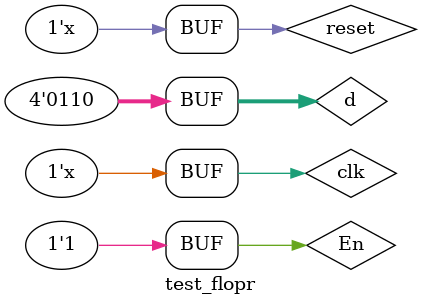
<source format=v>
module test_flopr;
reg clk,reset,En;
reg[3:0] d;
wire [3:0]q;

flopr tflopr(clk,reset,En,d,q);

initial begin
clk = 0;
reset = 1;
En = 1;
d = 3'b110;
end

always #10 clk = ~clk;
always #20 reset = ~reset;

endmodule

</source>
